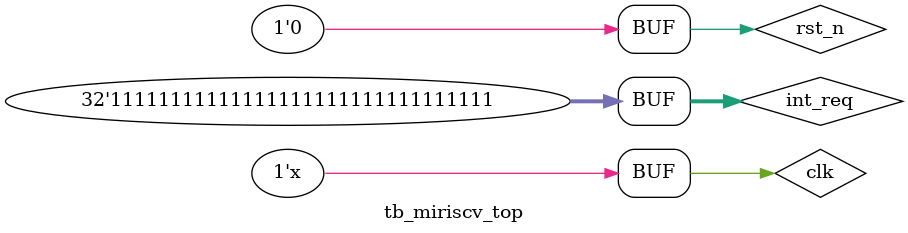
<source format=sv>
`timescale 1ns / 1ps

module tb_miriscv_top();
      
  parameter     RST_WAIT = 20;         // 10 ns reset
  parameter     RAM_SIZE = 512;       // in 32-bit words

  // clock, reset
  reg clk;
  reg rst_n;
  reg [31:0] int_req;

  riscv_unit #(
    .RAM_SIZE       ( RAM_SIZE           ),
    .RAM_INIT_FILE  ( "program.txt" )
  ) dut (
    .clk_i    ( clk   ),
    .rst_i  ( rst_n ),
    .int_req_i (int_req)
  );

  initial begin
    int_req = 0;
    clk   = 1'b0;
    rst_n = 1'b1;
    #RST_WAIT;
    rst_n = 1'b0; 
    #1000
    int_req = 32'hffffffff;
    #2000;
end
  always #10  begin
    clk = ~clk;
  end

endmodule
</source>
